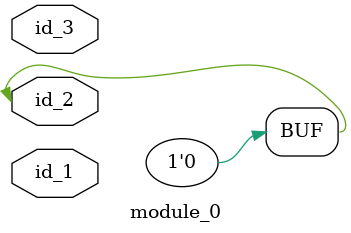
<source format=v>
module module_0 (
    id_1,
    id_2,
    id_3
);
  inout wire id_3;
  inout wire id_2;
  inout wire id_1;
  assign id_2 = 1'b0;
endmodule
module module_1 (
    id_1,
    id_2,
    id_3,
    id_4,
    id_5,
    id_6,
    id_7,
    id_8
);
  output wire id_8;
  output wire id_7;
  output wire id_6;
  output wire id_5;
  input wire id_4;
  output wire id_3;
  input wire id_2;
  output wire id_1;
  wire id_9, id_10;
  module_0 modCall_1 (
      id_10,
      id_9,
      id_10
  );
endmodule

</source>
